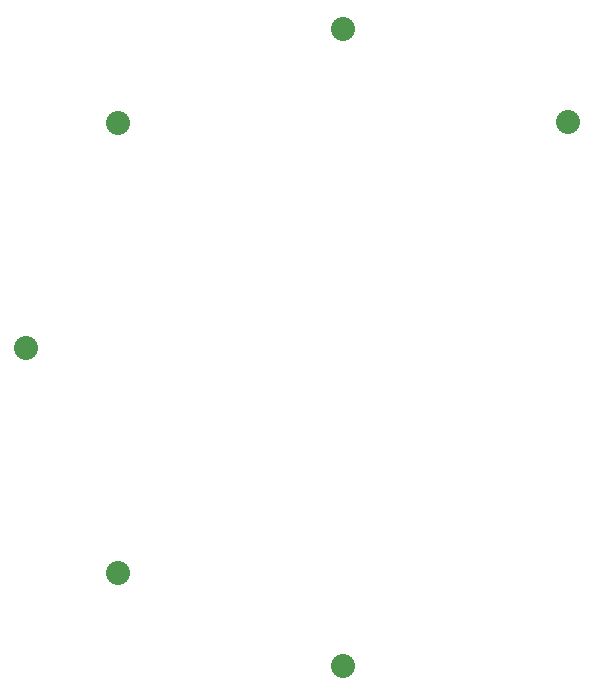
<source format=gbl>
G04*
G04 #@! TF.GenerationSoftware,Altium Limited,Altium Designer,21.0.9 (235)*
G04*
G04 Layer_Physical_Order=2*
G04 Layer_Color=16711680*
%FSTAX24Y24*%
%MOIN*%
G70*
G04*
G04 #@! TF.SameCoordinates,5F115E56-97AE-4741-9C3E-E3F8848F1E5A*
G04*
G04*
G04 #@! TF.FilePolarity,Positive*
G04*
G01*
G75*
%ADD124C,0.0800*%
D124*
X03135Y02265D02*
D03*
X0283Y03015D02*
D03*
X03885Y01952D02*
D03*
X046366Y037666D02*
D03*
X03885Y04078D02*
D03*
X03135Y03765D02*
D03*
M02*

</source>
